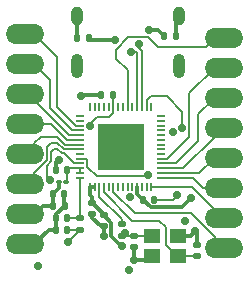
<source format=gbr>
%TF.GenerationSoftware,KiCad,Pcbnew,7.0.9*%
%TF.CreationDate,2024-03-17T18:44:57-07:00*%
%TF.ProjectId,ESP32S3_Board,45535033-3253-4335-9f42-6f6172642e6b,rev?*%
%TF.SameCoordinates,Original*%
%TF.FileFunction,Copper,L4,Bot*%
%TF.FilePolarity,Positive*%
%FSLAX46Y46*%
G04 Gerber Fmt 4.6, Leading zero omitted, Abs format (unit mm)*
G04 Created by KiCad (PCBNEW 7.0.9) date 2024-03-17 18:44:57*
%MOMM*%
%LPD*%
G01*
G04 APERTURE LIST*
G04 Aperture macros list*
%AMRoundRect*
0 Rectangle with rounded corners*
0 $1 Rounding radius*
0 $2 $3 $4 $5 $6 $7 $8 $9 X,Y pos of 4 corners*
0 Add a 4 corners polygon primitive as box body*
4,1,4,$2,$3,$4,$5,$6,$7,$8,$9,$2,$3,0*
0 Add four circle primitives for the rounded corners*
1,1,$1+$1,$2,$3*
1,1,$1+$1,$4,$5*
1,1,$1+$1,$6,$7*
1,1,$1+$1,$8,$9*
0 Add four rect primitives between the rounded corners*
20,1,$1+$1,$2,$3,$4,$5,0*
20,1,$1+$1,$4,$5,$6,$7,0*
20,1,$1+$1,$6,$7,$8,$9,0*
20,1,$1+$1,$8,$9,$2,$3,0*%
G04 Aperture macros list end*
%TA.AperFunction,ComponentPad*%
%ADD10O,1.000000X2.100000*%
%TD*%
%TA.AperFunction,ComponentPad*%
%ADD11O,1.000000X1.600000*%
%TD*%
%TA.AperFunction,ComponentPad*%
%ADD12O,2.400000X1.700000*%
%TD*%
%TA.AperFunction,SMDPad,CuDef*%
%ADD13RoundRect,0.140000X0.170000X-0.140000X0.170000X0.140000X-0.170000X0.140000X-0.170000X-0.140000X0*%
%TD*%
%TA.AperFunction,SMDPad,CuDef*%
%ADD14RoundRect,0.140000X-0.170000X0.140000X-0.170000X-0.140000X0.170000X-0.140000X0.170000X0.140000X0*%
%TD*%
%TA.AperFunction,SMDPad,CuDef*%
%ADD15RoundRect,0.147500X0.172500X-0.147500X0.172500X0.147500X-0.172500X0.147500X-0.172500X-0.147500X0*%
%TD*%
%TA.AperFunction,SMDPad,CuDef*%
%ADD16R,1.400000X1.200000*%
%TD*%
%TA.AperFunction,SMDPad,CuDef*%
%ADD17RoundRect,0.135000X-0.185000X0.135000X-0.185000X-0.135000X0.185000X-0.135000X0.185000X0.135000X0*%
%TD*%
%TA.AperFunction,SMDPad,CuDef*%
%ADD18RoundRect,0.140000X-0.140000X-0.170000X0.140000X-0.170000X0.140000X0.170000X-0.140000X0.170000X0*%
%TD*%
%TA.AperFunction,SMDPad,CuDef*%
%ADD19RoundRect,0.135000X0.135000X0.185000X-0.135000X0.185000X-0.135000X-0.185000X0.135000X-0.185000X0*%
%TD*%
%TA.AperFunction,SMDPad,CuDef*%
%ADD20RoundRect,0.140000X0.140000X0.170000X-0.140000X0.170000X-0.140000X-0.170000X0.140000X-0.170000X0*%
%TD*%
%TA.AperFunction,SMDPad,CuDef*%
%ADD21R,0.660000X0.200000*%
%TD*%
%TA.AperFunction,SMDPad,CuDef*%
%ADD22R,0.200000X0.660000*%
%TD*%
%TA.AperFunction,SMDPad,CuDef*%
%ADD23R,4.000000X4.000000*%
%TD*%
%TA.AperFunction,SMDPad,CuDef*%
%ADD24RoundRect,0.100000X-0.130000X-0.100000X0.130000X-0.100000X0.130000X0.100000X-0.130000X0.100000X0*%
%TD*%
%TA.AperFunction,SMDPad,CuDef*%
%ADD25RoundRect,0.135000X-0.135000X-0.185000X0.135000X-0.185000X0.135000X0.185000X-0.135000X0.185000X0*%
%TD*%
%TA.AperFunction,ViaPad*%
%ADD26C,0.700000*%
%TD*%
%TA.AperFunction,Conductor*%
%ADD27C,0.300000*%
%TD*%
%TA.AperFunction,Conductor*%
%ADD28C,0.200000*%
%TD*%
G04 APERTURE END LIST*
D10*
%TO.P,J1,S1,SHIELD*%
%TO.N,GND*%
X150370000Y-82378000D03*
D11*
X150370000Y-78198000D03*
D10*
X141730000Y-82378000D03*
D11*
X141730000Y-78198000D03*
%TD*%
D12*
%TO.P,J2,1,Pin_1*%
%TO.N,/IO7*%
X136930000Y-79710000D03*
X137780000Y-79710000D03*
%TO.P,J2,2,Pin_2*%
%TO.N,/IO6*%
X136930000Y-82250000D03*
X137780000Y-82250000D03*
%TO.P,J2,3,Pin_3*%
%TO.N,/IO5*%
X136930000Y-84790000D03*
X137780000Y-84790000D03*
%TO.P,J2,4,Pin_4*%
%TO.N,/IO4*%
X136930000Y-87330000D03*
X137780000Y-87330000D03*
%TO.P,J2,5,Pin_5*%
%TO.N,/IO3*%
X136930000Y-89870000D03*
X137780000Y-89870000D03*
%TO.P,J2,6,Pin_6*%
%TO.N,/IO2*%
X136930000Y-92410000D03*
X137780000Y-92410000D03*
%TO.P,J2,7,Pin_7*%
%TO.N,+3.3V*%
X136930000Y-94950000D03*
X137780000Y-94950000D03*
%TO.P,J2,8,Pin_8*%
%TO.N,GND*%
X136930000Y-97490000D03*
X137780000Y-97490000D03*
%TD*%
%TO.P,J3,1,Pin_1*%
%TO.N,/IO17*%
X153740000Y-80010000D03*
X154590000Y-80010000D03*
%TO.P,J3,2,Pin_2*%
%TO.N,/IO33*%
X153740000Y-82550000D03*
X154590000Y-82550000D03*
%TO.P,J3,3,Pin_3*%
%TO.N,/IO34*%
X153740000Y-85090000D03*
X154590000Y-85090000D03*
%TO.P,J3,4,Pin_4*%
%TO.N,/IO35*%
X153740000Y-87630000D03*
X154590000Y-87630000D03*
%TO.P,J3,5,Pin_5*%
%TO.N,/IO36*%
X153740000Y-90170000D03*
X154590000Y-90170000D03*
%TO.P,J3,6,Pin_6*%
%TO.N,/IO37*%
X153740000Y-92710000D03*
X154590000Y-92710000D03*
%TO.P,J3,7,Pin_7*%
%TO.N,/IO38*%
X153740000Y-95250000D03*
X154590000Y-95250000D03*
%TO.P,J3,8,Pin_8*%
%TO.N,/IO45*%
X153740000Y-97790000D03*
X154590000Y-97790000D03*
%TD*%
D13*
%TO.P,C9,1*%
%TO.N,Net-(U1-XTAL_N)*%
X151892000Y-98496000D03*
%TO.P,C9,2*%
%TO.N,GND*%
X151892000Y-97536000D03*
%TD*%
D14*
%TO.P,C2,1*%
%TO.N,+3.3V*%
X143002000Y-94008000D03*
%TO.P,C2,2*%
%TO.N,GND*%
X143002000Y-94968000D03*
%TD*%
D15*
%TO.P,L2,1,1*%
%TO.N,Net-(AE1-ANT)*%
X141986000Y-96266000D03*
%TO.P,L2,2,2*%
%TO.N,Net-(U1-LNA_IN)*%
X141986000Y-95296000D03*
%TD*%
D16*
%TO.P,Y1,1,1*%
%TO.N,Net-(C10-Pad2)*%
X148082000Y-96774000D03*
%TO.P,Y1,2,2*%
%TO.N,GND*%
X150282000Y-96774000D03*
%TO.P,Y1,3,3*%
%TO.N,Net-(U1-XTAL_N)*%
X150282000Y-98474000D03*
%TO.P,Y1,4,4*%
%TO.N,GND*%
X148082000Y-98474000D03*
%TD*%
D17*
%TO.P,R1,1*%
%TO.N,Net-(U1-XTAL_P)*%
X145542000Y-95756000D03*
%TO.P,R1,2*%
%TO.N,Net-(C10-Pad2)*%
X145542000Y-96776000D03*
%TD*%
D18*
%TO.P,C6,1*%
%TO.N,+3.3V*%
X139756000Y-94234000D03*
%TO.P,C6,2*%
%TO.N,GND*%
X140716000Y-94234000D03*
%TD*%
D19*
%TO.P,R3,1*%
%TO.N,GND*%
X150116000Y-79883000D03*
%TO.P,R3,2*%
%TO.N,Net-(J1-CC1)*%
X149096000Y-79883000D03*
%TD*%
D20*
%TO.P,C15,1*%
%TO.N,Net-(AE1-ANT)*%
X140942000Y-96266000D03*
%TO.P,C15,2*%
%TO.N,GND*%
X139982000Y-96266000D03*
%TD*%
%TO.P,C14,1*%
%TO.N,Net-(U1-LNA_IN)*%
X140942000Y-95250000D03*
%TO.P,C14,2*%
%TO.N,GND*%
X139982000Y-95250000D03*
%TD*%
D18*
%TO.P,C8,1*%
%TO.N,+3.3V*%
X147348000Y-93726000D03*
%TO.P,C8,2*%
%TO.N,GND*%
X148308000Y-93726000D03*
%TD*%
D13*
%TO.P,C10,1*%
%TO.N,GND*%
X146558000Y-97762000D03*
%TO.P,C10,2*%
%TO.N,Net-(C10-Pad2)*%
X146558000Y-96802000D03*
%TD*%
D14*
%TO.P,C3,1*%
%TO.N,+3.3V*%
X144018000Y-95024000D03*
%TO.P,C3,2*%
%TO.N,GND*%
X144018000Y-95984000D03*
%TD*%
D21*
%TO.P,U1,1,LNA_IN*%
%TO.N,Net-(U1-LNA_IN)*%
X142024000Y-91862000D03*
%TO.P,U1,2,VDD3P3*%
%TO.N,Net-(C4-Pad1)*%
X142024000Y-91462000D03*
%TO.P,U1,3,VDD3P3*%
X142024000Y-91062000D03*
%TO.P,U1,4,CHIP_PU*%
%TO.N,/RESET*%
X142024000Y-90662000D03*
%TO.P,U1,5,GPIO0*%
%TO.N,/BOOT*%
X142024000Y-90262000D03*
%TO.P,U1,6,GPIO1*%
%TO.N,unconnected-(U1-GPIO1-Pad6)*%
X142024000Y-89862000D03*
%TO.P,U1,7,GPIO2*%
%TO.N,/IO2*%
X142024000Y-89462000D03*
%TO.P,U1,8,GPIO3*%
%TO.N,/IO3*%
X142024000Y-89062000D03*
%TO.P,U1,9,GPIO4*%
%TO.N,/IO4*%
X142024000Y-88662000D03*
%TO.P,U1,10,GPIO5*%
%TO.N,/IO5*%
X142024000Y-88262000D03*
%TO.P,U1,11,GPIO6*%
%TO.N,/IO6*%
X142024000Y-87862000D03*
%TO.P,U1,12,GPIO7*%
%TO.N,/IO7*%
X142024000Y-87462000D03*
%TO.P,U1,13,GPIO8*%
%TO.N,unconnected-(U1-GPIO8-Pad13)*%
X142024000Y-87062000D03*
%TO.P,U1,14,GPIO9*%
%TO.N,unconnected-(U1-GPIO9-Pad14)*%
X142024000Y-86662000D03*
D22*
%TO.P,U1,15,GPIO10*%
%TO.N,unconnected-(U1-GPIO10-Pad15)*%
X142834000Y-85852000D03*
%TO.P,U1,16,GPIO11*%
%TO.N,unconnected-(U1-GPIO11-Pad16)*%
X143234000Y-85852000D03*
%TO.P,U1,17,GPIO12*%
%TO.N,unconnected-(U1-GPIO12-Pad17)*%
X143634000Y-85852000D03*
%TO.P,U1,18,GPIO13*%
%TO.N,unconnected-(U1-GPIO13-Pad18)*%
X144034000Y-85852000D03*
%TO.P,U1,19,GPIO14*%
%TO.N,unconnected-(U1-GPIO14-Pad19)*%
X144434000Y-85852000D03*
%TO.P,U1,20,VDD3P3_RTC*%
%TO.N,+3.3V*%
X144834000Y-85852000D03*
%TO.P,U1,21,XTAL_32K_P*%
%TO.N,unconnected-(U1-XTAL_32K_P-Pad21)*%
X145234000Y-85852000D03*
%TO.P,U1,22,XTAL_32K_N*%
%TO.N,unconnected-(U1-XTAL_32K_N-Pad22)*%
X145634000Y-85852000D03*
%TO.P,U1,23,GPIO17*%
%TO.N,/IO17*%
X146034000Y-85852000D03*
%TO.P,U1,24,GPIO18*%
%TO.N,unconnected-(U1-GPIO18-Pad24)*%
X146434000Y-85852000D03*
%TO.P,U1,25,GPIO19*%
%TO.N,/USB_D-*%
X146834000Y-85852000D03*
%TO.P,U1,26,GPIO20*%
%TO.N,/USB_D+*%
X147234000Y-85852000D03*
%TO.P,U1,27,GP1O21*%
%TO.N,/IO21*%
X147634000Y-85852000D03*
%TO.P,U1,28,SPICS1*%
%TO.N,unconnected-(U1-SPICS1-Pad28)*%
X148034000Y-85852000D03*
D21*
%TO.P,U1,29,VDD_SPI*%
%TO.N,unconnected-(U1-VDD_SPI-Pad29)*%
X148844000Y-86662000D03*
%TO.P,U1,30,SPIHD*%
%TO.N,unconnected-(U1-SPIHD-Pad30)*%
X148844000Y-87062000D03*
%TO.P,U1,31,SPIWP*%
%TO.N,unconnected-(U1-SPIWP-Pad31)*%
X148844000Y-87462000D03*
%TO.P,U1,32,SPICS0*%
%TO.N,unconnected-(U1-SPICS0-Pad32)*%
X148844000Y-87862000D03*
%TO.P,U1,33,SPICLK*%
%TO.N,unconnected-(U1-SPICLK-Pad33)*%
X148844000Y-88262000D03*
%TO.P,U1,34,SPIQ*%
%TO.N,unconnected-(U1-SPIQ-Pad34)*%
X148844000Y-88662000D03*
%TO.P,U1,35,SPID*%
%TO.N,unconnected-(U1-SPID-Pad35)*%
X148844000Y-89062000D03*
%TO.P,U1,36,SPICLK_N*%
%TO.N,unconnected-(U1-SPICLK_N-Pad36)*%
X148844000Y-89462000D03*
%TO.P,U1,37,SPICLK_P*%
%TO.N,unconnected-(U1-SPICLK_P-Pad37)*%
X148844000Y-89862000D03*
%TO.P,U1,38,GPIO33*%
%TO.N,/IO33*%
X148844000Y-90262000D03*
%TO.P,U1,39,GPIO34*%
%TO.N,/IO34*%
X148844000Y-90662000D03*
%TO.P,U1,40,GPIO35*%
%TO.N,/IO35*%
X148844000Y-91062000D03*
%TO.P,U1,41,GPIO36*%
%TO.N,/IO36*%
X148844000Y-91462000D03*
%TO.P,U1,42,GPIO37*%
%TO.N,/IO37*%
X148844000Y-91862000D03*
D22*
%TO.P,U1,43,GPIO38*%
%TO.N,/IO38*%
X148034000Y-92672000D03*
%TO.P,U1,44,MTCK*%
%TO.N,unconnected-(U1-MTCK-Pad44)*%
X147634000Y-92672000D03*
%TO.P,U1,45,MTDO*%
%TO.N,unconnected-(U1-MTDO-Pad45)*%
X147234000Y-92672000D03*
%TO.P,U1,46,VDD3P3_CPU*%
%TO.N,+3.3V*%
X146834000Y-92672000D03*
%TO.P,U1,47,MTDI*%
%TO.N,unconnected-(U1-MTDI-Pad47)*%
X146434000Y-92672000D03*
%TO.P,U1,48,MTMS*%
%TO.N,unconnected-(U1-MTMS-Pad48)*%
X146034000Y-92672000D03*
%TO.P,U1,49,U0TXD*%
%TO.N,unconnected-(U1-U0TXD-Pad49)*%
X145634000Y-92672000D03*
%TO.P,U1,50,U0RXD*%
%TO.N,unconnected-(U1-U0RXD-Pad50)*%
X145234000Y-92672000D03*
%TO.P,U1,51,GPIO45*%
%TO.N,/IO45*%
X144834000Y-92672000D03*
%TO.P,U1,52,GPIO46*%
%TO.N,unconnected-(U1-GPIO46-Pad52)*%
X144434000Y-92672000D03*
%TO.P,U1,53,XTAL_N*%
%TO.N,Net-(U1-XTAL_N)*%
X144034000Y-92672000D03*
%TO.P,U1,54,XTAL_P*%
%TO.N,Net-(U1-XTAL_P)*%
X143634000Y-92672000D03*
%TO.P,U1,55,VDDA*%
%TO.N,+3.3V*%
X143234000Y-92672000D03*
%TO.P,U1,56,VDDA*%
X142834000Y-92672000D03*
D23*
%TO.P,U1,57,GND*%
%TO.N,GND*%
X145434000Y-89262000D03*
%TD*%
D18*
%TO.P,C5,1*%
%TO.N,+3.3V*%
X139700000Y-93218000D03*
%TO.P,C5,2*%
%TO.N,GND*%
X140660000Y-93218000D03*
%TD*%
D24*
%TO.P,L1,1,1*%
%TO.N,+3.3V*%
X140208000Y-92202000D03*
%TO.P,L1,2,2*%
%TO.N,Net-(C4-Pad1)*%
X140848000Y-92202000D03*
%TD*%
D25*
%TO.P,R4,1*%
%TO.N,GND*%
X141730000Y-80010000D03*
%TO.P,R4,2*%
%TO.N,Net-(J1-CC2)*%
X142750000Y-80010000D03*
%TD*%
D20*
%TO.P,C1,1*%
%TO.N,+3.3V*%
X144780000Y-84836000D03*
%TO.P,C1,2*%
%TO.N,GND*%
X143820000Y-84836000D03*
%TD*%
%TO.P,C4,1*%
%TO.N,Net-(C4-Pad1)*%
X140942000Y-91186000D03*
%TO.P,C4,2*%
%TO.N,GND*%
X139982000Y-91186000D03*
%TD*%
D26*
%TO.N,Net-(J1-CC1)*%
X147828756Y-79365519D03*
%TO.N,/RESET*%
X139428929Y-92044028D03*
%TO.N,/BOOT*%
X147740965Y-91656048D03*
%TO.N,+3.3V*%
X150876000Y-95504000D03*
X145542000Y-97663000D03*
X142876042Y-87504042D03*
X151384000Y-93599000D03*
%TO.N,/USB_D-*%
X146349124Y-81234876D03*
%TO.N,/USB_D+*%
X147020876Y-80563124D03*
%TO.N,GND*%
X146304000Y-89281000D03*
X146268666Y-93531762D03*
X149860000Y-88011000D03*
X144526000Y-88265000D03*
X146304000Y-90170000D03*
X150241000Y-93345000D03*
X144526000Y-89281000D03*
X151765000Y-96393000D03*
X146558000Y-98806000D03*
X146304000Y-88265000D03*
X145415000Y-90170000D03*
X140187680Y-90332578D03*
X138430000Y-99314000D03*
X146177000Y-99695000D03*
X142113000Y-84963000D03*
X145415000Y-89281000D03*
X145415000Y-88265000D03*
X144526000Y-90170000D03*
X144018000Y-96774000D03*
%TO.N,/IO21*%
X150657500Y-87630000D03*
%TO.N,Net-(J1-CC2)*%
X144991089Y-80221089D03*
%TO.N,Net-(C10-Pad2)*%
X145796000Y-96520000D03*
%TO.N,Net-(AE1-ANT)*%
X140970000Y-97282000D03*
%TD*%
D27*
%TO.N,Net-(J1-CC1)*%
X148578519Y-79365519D02*
X149096000Y-79883000D01*
X147828756Y-79365519D02*
X148578519Y-79365519D01*
D28*
%TO.N,Net-(C4-Pad1)*%
X142024000Y-91462000D02*
X142024000Y-91062000D01*
X140942000Y-92108000D02*
X140848000Y-92202000D01*
X140942000Y-91186000D02*
X140942000Y-92108000D01*
X141066000Y-91062000D02*
X140942000Y-91186000D01*
X142024000Y-91062000D02*
X141066000Y-91062000D01*
%TO.N,/RESET*%
X140612000Y-89812000D02*
X140485000Y-89812000D01*
X139827000Y-89408000D02*
X139580000Y-89655000D01*
X139580000Y-90470609D02*
X139192000Y-90858609D01*
X142024000Y-90662000D02*
X141462000Y-90662000D01*
X140081000Y-89408000D02*
X139827000Y-89408000D01*
X139192000Y-90858609D02*
X139192000Y-91807099D01*
X139580000Y-89655000D02*
X139580000Y-90470609D01*
X141462000Y-90662000D02*
X140612000Y-89812000D01*
X139192000Y-91807099D02*
X139428929Y-92044028D01*
X140485000Y-89812000D02*
X140081000Y-89408000D01*
%TO.N,/BOOT*%
X143403025Y-91731025D02*
X142621000Y-90949000D01*
X147740965Y-91656048D02*
X147665988Y-91731025D01*
X142554000Y-90262000D02*
X142024000Y-90262000D01*
X142621000Y-90949000D02*
X142621000Y-90329000D01*
X142621000Y-90329000D02*
X142554000Y-90262000D01*
X147665988Y-91731025D02*
X143403025Y-91731025D01*
D27*
%TO.N,+3.3V*%
X140208000Y-92710000D02*
X140208000Y-92202000D01*
X145490076Y-97663000D02*
X145542000Y-97663000D01*
D28*
X144834000Y-84890000D02*
X144780000Y-84836000D01*
X143455000Y-86741000D02*
X142876042Y-87319958D01*
D27*
X146834000Y-93212000D02*
X147348000Y-93726000D01*
X142834000Y-92672000D02*
X142834000Y-93332000D01*
X143002000Y-94008000D02*
X143048846Y-94008000D01*
X144018000Y-94977154D02*
X144018000Y-95024000D01*
X139756000Y-94234000D02*
X139756000Y-93274000D01*
X146834000Y-92672000D02*
X146834000Y-93212000D01*
X143002000Y-94008000D02*
X143002000Y-93500000D01*
X147983000Y-94361000D02*
X147348000Y-93726000D01*
X144018000Y-95024000D02*
X144668000Y-95674000D01*
D28*
X144834000Y-85852000D02*
X144834000Y-84890000D01*
D27*
X139756000Y-93274000D02*
X139700000Y-93218000D01*
X151384000Y-93599000D02*
X150622000Y-94361000D01*
X138846000Y-94234000D02*
X138130000Y-94950000D01*
X150622000Y-94361000D02*
X147983000Y-94361000D01*
X142834000Y-92672000D02*
X143184000Y-92672000D01*
D28*
X142876042Y-87319958D02*
X142876042Y-87504042D01*
X144834000Y-86382000D02*
X144475000Y-86741000D01*
D27*
X144668000Y-95674000D02*
X144668000Y-96840924D01*
X139756000Y-94234000D02*
X138846000Y-94234000D01*
X143048846Y-94008000D02*
X144018000Y-94977154D01*
X139700000Y-93218000D02*
X140208000Y-92710000D01*
D28*
X144475000Y-86741000D02*
X143455000Y-86741000D01*
X144834000Y-85852000D02*
X144834000Y-86382000D01*
D27*
X143002000Y-93500000D02*
X142834000Y-93332000D01*
X144668000Y-96840924D02*
X145490076Y-97663000D01*
D28*
%TO.N,/USB_D-*%
X146808999Y-81341198D02*
X146702677Y-81234876D01*
X146808999Y-85826999D02*
X146808999Y-81341198D01*
X146834000Y-85852000D02*
X146808999Y-85826999D01*
X146702677Y-81234876D02*
X146349124Y-81234876D01*
%TO.N,/USB_D+*%
X147020876Y-80916677D02*
X147020876Y-80563124D01*
X147259001Y-81154802D02*
X147020876Y-80916677D01*
X147259001Y-85826999D02*
X147259001Y-81154802D01*
X147234000Y-85852000D02*
X147259001Y-85826999D01*
%TO.N,Net-(U1-XTAL_N)*%
X151870000Y-98474000D02*
X151892000Y-98496000D01*
X149282000Y-97574000D02*
X150182000Y-98474000D01*
X150182000Y-98474000D02*
X150282000Y-98474000D01*
X149282000Y-96074000D02*
X149282000Y-97574000D01*
X144034000Y-92672000D02*
X144034000Y-93107000D01*
X148712000Y-95504000D02*
X149282000Y-96074000D01*
X146431000Y-95504000D02*
X148712000Y-95504000D01*
X150282000Y-98474000D02*
X151870000Y-98474000D01*
X144034000Y-93107000D02*
X146431000Y-95504000D01*
%TO.N,Net-(U1-XTAL_P)*%
X143634000Y-93468000D02*
X145542000Y-95376000D01*
X145542000Y-95376000D02*
X145542000Y-95756000D01*
X143634000Y-92672000D02*
X143634000Y-93468000D01*
D27*
%TO.N,GND*%
X139982000Y-96266000D02*
X139354000Y-96266000D01*
X151892000Y-96520000D02*
X151765000Y-96393000D01*
X143002000Y-94968000D02*
X143002000Y-95247999D01*
X140660000Y-93218000D02*
X140660000Y-94178000D01*
X139982000Y-95250000D02*
X139982000Y-94968000D01*
X143820000Y-84836000D02*
X142240000Y-84836000D01*
X143738001Y-95984000D02*
X144018000Y-95984000D01*
X150282000Y-96774000D02*
X151384000Y-96774000D01*
X144018000Y-95984000D02*
X144018000Y-96774000D01*
X150116000Y-78452000D02*
X150370000Y-78198000D01*
D28*
X149860000Y-93726000D02*
X150241000Y-93345000D01*
D27*
X139982000Y-91186000D02*
X139982000Y-90538258D01*
D28*
X148308000Y-93726000D02*
X149860000Y-93726000D01*
D27*
X151384000Y-96774000D02*
X151765000Y-96393000D01*
X139982000Y-96266000D02*
X139982000Y-95250000D01*
X151892000Y-97536000D02*
X151892000Y-96520000D01*
X147750000Y-98806000D02*
X148082000Y-98474000D01*
X146558000Y-97762000D02*
X146558000Y-98806000D01*
X140660000Y-94178000D02*
X140716000Y-94234000D01*
X141730000Y-80010000D02*
X141730000Y-78198000D01*
X143002000Y-95247999D02*
X143738001Y-95984000D01*
X139982000Y-90538258D02*
X140187680Y-90332578D01*
X139982000Y-94968000D02*
X140716000Y-94234000D01*
X142240000Y-84836000D02*
X142113000Y-84963000D01*
X139354000Y-96266000D02*
X138130000Y-97490000D01*
X146558000Y-98806000D02*
X147750000Y-98806000D01*
X150116000Y-79883000D02*
X150116000Y-78452000D01*
D28*
%TO.N,/IO2*%
X139573000Y-88900000D02*
X139230000Y-89243000D01*
X142024000Y-89462000D02*
X140656026Y-89462000D01*
X140656026Y-89462000D02*
X140094026Y-88900000D01*
X139230000Y-90325635D02*
X138130000Y-91425635D01*
X140094026Y-88900000D02*
X139573000Y-88900000D01*
X138130000Y-91425635D02*
X138130000Y-92410000D01*
X139230000Y-89243000D02*
X139230000Y-90325635D01*
%TO.N,/IO3*%
X138684000Y-88392000D02*
X138130000Y-88946000D01*
X142024000Y-89062000D02*
X140751000Y-89062000D01*
X140751000Y-89062000D02*
X140081000Y-88392000D01*
X138130000Y-88946000D02*
X138130000Y-89870000D01*
X140081000Y-88392000D02*
X138684000Y-88392000D01*
%TO.N,/IO4*%
X139527000Y-87330000D02*
X138130000Y-87330000D01*
X140859000Y-88662000D02*
X139527000Y-87330000D01*
X142024000Y-88662000D02*
X140859000Y-88662000D01*
%TO.N,/IO5*%
X142024000Y-88262000D02*
X141094000Y-88262000D01*
X141094000Y-88262000D02*
X138130000Y-85298000D01*
X138130000Y-85298000D02*
X138130000Y-84790000D01*
%TO.N,/IO6*%
X139446000Y-83566000D02*
X138130000Y-82250000D01*
X142024000Y-87862000D02*
X141329000Y-87862000D01*
X141329000Y-87862000D02*
X139446000Y-85979000D01*
X139446000Y-85979000D02*
X139446000Y-83566000D01*
%TO.N,/IO7*%
X140081000Y-85915500D02*
X140081000Y-81661000D01*
X140081000Y-81661000D02*
X138130000Y-79710000D01*
X141627500Y-87462000D02*
X140081000Y-85915500D01*
X142024000Y-87462000D02*
X141627500Y-87462000D01*
%TO.N,/IO21*%
X150657500Y-87630000D02*
X150657500Y-86268500D01*
X147993000Y-84963000D02*
X147634000Y-85322000D01*
X147634000Y-85322000D02*
X147634000Y-85852000D01*
X149352000Y-84963000D02*
X147993000Y-84963000D01*
X150657500Y-86268500D02*
X149352000Y-84963000D01*
%TO.N,/IO17*%
X146034000Y-85852000D02*
X146034000Y-82788000D01*
X145034000Y-81026000D02*
X146096876Y-79963124D01*
X146096876Y-79963124D02*
X147781124Y-79963124D01*
X145034000Y-81788000D02*
X145034000Y-81026000D01*
X147781124Y-79963124D02*
X148590000Y-80772000D01*
X146034000Y-82788000D02*
X145034000Y-81788000D01*
X152628000Y-80772000D02*
X153390000Y-80010000D01*
X148590000Y-80772000D02*
X152628000Y-80772000D01*
%TO.N,/IO45*%
X144834000Y-93081500D02*
X146621500Y-94869000D01*
X144834000Y-92672000D02*
X144834000Y-93081500D01*
X153390000Y-96875000D02*
X153390000Y-97790000D01*
X146621500Y-94869000D02*
X151384000Y-94869000D01*
X151384000Y-94869000D02*
X153390000Y-96875000D01*
%TO.N,/IO38*%
X151473000Y-92672000D02*
X153390000Y-94589000D01*
X153390000Y-94589000D02*
X153390000Y-95250000D01*
X148034000Y-92672000D02*
X151473000Y-92672000D01*
%TO.N,/IO37*%
X151552000Y-91862000D02*
X152400000Y-92710000D01*
X152400000Y-92710000D02*
X153390000Y-92710000D01*
X148844000Y-91862000D02*
X151552000Y-91862000D01*
%TO.N,/IO36*%
X152098000Y-91462000D02*
X153390000Y-90170000D01*
X148844000Y-91462000D02*
X152098000Y-91462000D01*
%TO.N,/IO35*%
X150746000Y-91062000D02*
X153390000Y-88418000D01*
X148844000Y-91062000D02*
X150746000Y-91062000D01*
X153390000Y-88418000D02*
X153390000Y-87630000D01*
%TO.N,/IO34*%
X152019000Y-88773000D02*
X152019000Y-86461000D01*
X152019000Y-86461000D02*
X153390000Y-85090000D01*
X150130000Y-90662000D02*
X152019000Y-88773000D01*
X148844000Y-90662000D02*
X150130000Y-90662000D01*
%TO.N,/IO33*%
X148844000Y-90262000D02*
X149374000Y-90262000D01*
X151257000Y-84683000D02*
X153390000Y-82550000D01*
X149374000Y-90262000D02*
X151257000Y-88379000D01*
X151257000Y-88379000D02*
X151257000Y-84683000D01*
D27*
%TO.N,Net-(J1-CC2)*%
X144991089Y-80221089D02*
X142961089Y-80221089D01*
X142961089Y-80221089D02*
X142750000Y-80010000D01*
D28*
%TO.N,Net-(U1-LNA_IN)*%
X142024000Y-95258000D02*
X141986000Y-95296000D01*
X141986000Y-95296000D02*
X140988000Y-95296000D01*
X140988000Y-95296000D02*
X140942000Y-95250000D01*
X142024000Y-91862000D02*
X142024000Y-95258000D01*
%TO.N,Net-(C10-Pad2)*%
X146558000Y-96802000D02*
X148054000Y-96802000D01*
X146558000Y-96802000D02*
X145568000Y-96802000D01*
X148054000Y-96802000D02*
X148082000Y-96774000D01*
X145568000Y-96802000D02*
X145542000Y-96776000D01*
%TO.N,Net-(AE1-ANT)*%
X141986000Y-96266000D02*
X140970000Y-97282000D01*
X141986000Y-96266000D02*
X140942000Y-96266000D01*
%TD*%
M02*

</source>
